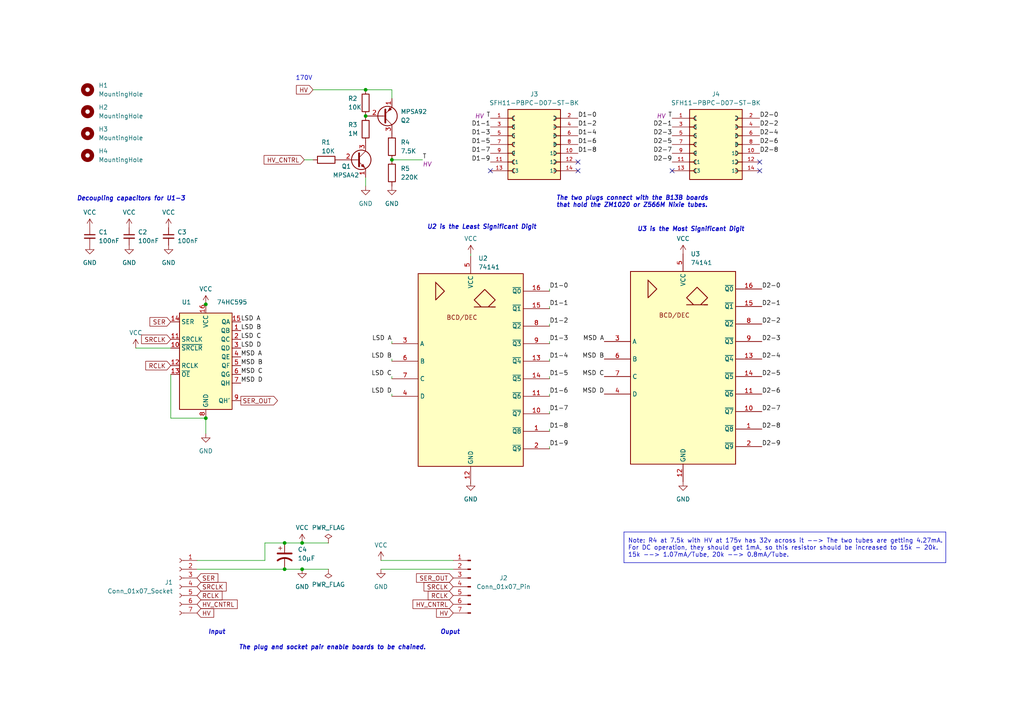
<source format=kicad_sch>
(kicad_sch (version 20231120) (generator "eeschema") (generator_version "8.0")
  (paper "A4")
  (title_block (title "Two Digit ZM1020 Driver Board") (date "2024-02-08") (rev "2") (company "James Gallagher") (comment 1 "Added decoupling capacitors"))
  (lib_symbols
    (symbol "B13B-board-symbols:SFH11-PBPC-D07-ST-BK" (pin_names (offset 1.016))
      (property "Reference" "J" (at -7.62 11.43 0))
      (property "Value" "SFH11-PBPC-D07-ST-BK" (at -7.62 -12.7 0))
      (symbol "SFH11-PBPC-D07-ST-BK_0_0"
        (rectangle (start -7.62 -10.16) (end 7.62 10.16) (stroke (width 0.254)) (fill (type background)))
        (arc (start -5.715 -6.985) (mid -6.3473 -7.62) (end -5.715 -8.255) (stroke (width 0.254)))
        (arc (start -5.715 -4.445) (mid -6.3473 -5.08) (end -5.715 -5.715) (stroke (width 0.254)))
        (arc (start -5.715 -1.905) (mid -6.3473 -2.54) (end -5.715 -3.175) (stroke (width 0.254)))
        (arc (start -5.715 0.635) (mid -6.3473 0) (end -5.715 -0.635) (stroke (width 0.254)))
        (arc (start -5.715 3.175) (mid -6.3473 2.54) (end -5.715 1.905) (stroke (width 0.254)))
        (arc (start -5.715 5.715) (mid -6.3473 5.08) (end -5.715 4.445) (stroke (width 0.254)))
        (arc (start -5.715 8.255) (mid -6.3473 7.62) (end -5.715 6.985) (stroke (width 0.254)))
        (polyline (pts (xy -7.62 -7.62) (xy -6.35 -7.62)) (stroke (width 0.254)))
        (polyline (pts (xy -7.62 -5.08) (xy -6.35 -5.08)) (stroke (width 0.254)))
        (polyline (pts (xy -7.62 -2.54) (xy -6.35 -2.54)) (stroke (width 0.254)))
        (polyline (pts (xy -7.62 0) (xy -6.35 0)) (stroke (width 0.254)))
        (polyline (pts (xy -7.62 2.54) (xy -6.35 2.54)) (stroke (width 0.254)))
        (polyline (pts (xy -7.62 5.08) (xy -6.35 5.08)) (stroke (width 0.254)))
        (polyline (pts (xy -7.62 7.62) (xy -6.35 7.62)) (stroke (width 0.254)))
        (polyline (pts (xy 7.62 -7.62) (xy 6.35 -7.62)) (stroke (width 0.254)))
        (polyline (pts (xy 7.62 -5.08) (xy 6.35 -5.08)) (stroke (width 0.254)))
        (polyline (pts (xy 7.62 -2.54) (xy 6.35 -2.54)) (stroke (width 0.254)))
        (polyline (pts (xy 7.62 0) (xy 6.35 0)) (stroke (width 0.254)))
        (polyline (pts (xy 7.62 2.54) (xy 6.35 2.54)) (stroke (width 0.254)))
        (polyline (pts (xy 7.62 5.08) (xy 6.35 5.08)) (stroke (width 0.254)))
        (polyline (pts (xy 7.62 7.62) (xy 6.35 7.62)) (stroke (width 0.254)))
        (arc (start 5.715 -8.255) (mid 6.3473 -7.62) (end 5.715 -6.985) (stroke (width 0.254)))
        (arc (start 5.715 -5.715) (mid 6.3473 -5.08) (end 5.715 -4.445) (stroke (width 0.254)))
        (arc (start 5.715 -3.175) (mid 6.3473 -2.54) (end 5.715 -1.905) (stroke (width 0.254)))
        (arc (start 5.715 -0.635) (mid 6.3473 0) (end 5.715 0.635) (stroke (width 0.254)))
        (arc (start 5.715 1.905) (mid 6.3473 2.54) (end 5.715 3.175) (stroke (width 0.254)))
        (arc (start 5.715 4.445) (mid 6.3473 5.08) (end 5.715 5.715) (stroke (width 0.254)))
        (arc (start 5.715 6.985) (mid 6.3473 7.62) (end 5.715 8.255) (stroke (width 0.254)))
        (pin passive line (at -12.7 7.62 0) (length 5.08) (name "1") (number "1"))
        (pin passive line (at 12.7 -2.54 180) (length 5.08) (name "10") (number "10"))
        (pin passive line (at -12.7 -5.08 0) (length 5.08) (name "11") (number "11"))
        (pin passive line (at 12.7 -5.08 180) (length 5.08) (name "12") (number "12"))
        (pin passive line (at -12.7 -7.62 0) (length 5.08) (name "13") (number "13"))
        (pin passive line (at 12.7 -7.62 180) (length 5.08) (name "14") (number "14"))
        (pin passive line (at 12.7 7.62 180) (length 5.08) (name "2") (number "2"))
        (pin passive line (at -12.7 5.08 0) (length 5.08) (name "3") (number "3"))
        (pin passive line (at 12.7 5.08 180) (length 5.08) (name "4") (number "4"))
        (pin passive line (at -12.7 2.54 0) (length 5.08) (name "5") (number "5"))
        (pin passive line (at 12.7 2.54 180) (length 5.08) (name "6") (number "6"))
        (pin passive line (at -12.7 0 0) (length 5.08) (name "7") (number "7"))
        (pin passive line (at 12.7 0 180) (length 5.08) (name "8") (number "8"))
        (pin passive line (at -12.7 -2.54 0) (length 5.08) (name "9") (number "9"))
      )
    )
    (symbol "Connector:Conn_01x07_Pin" (pin_names (offset 1.016) hide)
      (property "Reference" "J" (at 0 10.16 0))
      (property "Value" "Conn_01x07_Pin" (at 0 -10.16 0))
      (symbol "Conn_01x07_Pin_1_1"
        (polyline (pts (xy 1.27 -7.62) (xy 0.8636 -7.62)) (stroke (width 0.1524)))
        (polyline (pts (xy 1.27 -5.08) (xy 0.8636 -5.08)) (stroke (width 0.1524)))
        (polyline (pts (xy 1.27 -2.54) (xy 0.8636 -2.54)) (stroke (width 0.1524)))
        (polyline (pts (xy 1.27 0) (xy 0.8636 0)) (stroke (width 0.1524)))
        (polyline (pts (xy 1.27 2.54) (xy 0.8636 2.54)) (stroke (width 0.1524)))
        (polyline (pts (xy 1.27 5.08) (xy 0.8636 5.08)) (stroke (width 0.1524)))
        (polyline (pts (xy 1.27 7.62) (xy 0.8636 7.62)) (stroke (width 0.1524)))
        (rectangle (start 0.8636 -7.493) (end 0 -7.747) (stroke (width 0.1524)) (fill (type outline)))
        (rectangle (start 0.8636 -4.953) (end 0 -5.207) (stroke (width 0.1524)) (fill (type outline)))
        (rectangle (start 0.8636 -2.413) (end 0 -2.667) (stroke (width 0.1524)) (fill (type outline)))
        (rectangle (start 0.8636 0.127) (end 0 -0.127) (stroke (width 0.1524)) (fill (type outline)))
        (rectangle (start 0.8636 2.667) (end 0 2.413) (stroke (width 0.1524)) (fill (type outline)))
        (rectangle (start 0.8636 5.207) (end 0 4.953) (stroke (width 0.1524)) (fill (type outline)))
        (rectangle (start 0.8636 7.747) (end 0 7.493) (stroke (width 0.1524)) (fill (type outline)))
        (pin passive line (at 5.08 7.62 180) (length 3.81) (name "Pin_1") (number "1"))
        (pin passive line (at 5.08 5.08 180) (length 3.81) (name "Pin_2") (number "2"))
        (pin passive line (at 5.08 2.54 180) (length 3.81) (name "Pin_3") (number "3"))
        (pin passive line (at 5.08 0 180) (length 3.81) (name "Pin_4") (number "4"))
        (pin passive line (at 5.08 -2.54 180) (length 3.81) (name "Pin_5") (number "5"))
        (pin passive line (at 5.08 -5.08 180) (length 3.81) (name "Pin_6") (number "6"))
        (pin passive line (at 5.08 -7.62 180) (length 3.81) (name "Pin_7") (number "7"))
      )
    )
    (symbol "Connector:Conn_01x07_Socket" (pin_names (offset 1.016) hide)
      (property "Reference" "J" (at 0 10.16 0))
      (property "Value" "Conn_01x07_Socket" (at 0 -10.16 0))
      (symbol "Conn_01x07_Socket_1_1"
        (arc (start 0 -7.112) (mid -0.5058 -7.62) (end 0 -8.128) (stroke (width 0.1524)))
        (arc (start 0 -4.572) (mid -0.5058 -5.08) (end 0 -5.588) (stroke (width 0.1524)))
        (arc (start 0 -2.032) (mid -0.5058 -2.54) (end 0 -3.048) (stroke (width 0.1524)))
        (polyline (pts (xy -1.27 -7.62) (xy -0.508 -7.62)) (stroke (width 0.1524)))
        (polyline (pts (xy -1.27 -5.08) (xy -0.508 -5.08)) (stroke (width 0.1524)))
        (polyline (pts (xy -1.27 -2.54) (xy -0.508 -2.54)) (stroke (width 0.1524)))
        (polyline (pts (xy -1.27 0) (xy -0.508 0)) (stroke (width 0.1524)))
        (polyline (pts (xy -1.27 2.54) (xy -0.508 2.54)) (stroke (width 0.1524)))
        (polyline (pts (xy -1.27 5.08) (xy -0.508 5.08)) (stroke (width 0.1524)))
        (polyline (pts (xy -1.27 7.62) (xy -0.508 7.62)) (stroke (width 0.1524)))
        (arc (start 0 0.508) (mid -0.5058 0) (end 0 -0.508) (stroke (width 0.1524)))
        (arc (start 0 3.048) (mid -0.5058 2.54) (end 0 2.032) (stroke (width 0.1524)))
        (arc (start 0 5.588) (mid -0.5058 5.08) (end 0 4.572) (stroke (width 0.1524)))
        (arc (start 0 8.128) (mid -0.5058 7.62) (end 0 7.112) (stroke (width 0.1524)))
        (pin passive line (at -5.08 7.62 0) (length 3.81) (name "Pin_1") (number "1"))
        (pin passive line (at -5.08 5.08 0) (length 3.81) (name "Pin_2") (number "2"))
        (pin passive line (at -5.08 2.54 0) (length 3.81) (name "Pin_3") (number "3"))
        (pin passive line (at -5.08 0 0) (length 3.81) (name "Pin_4") (number "4"))
        (pin passive line (at -5.08 -2.54 0) (length 3.81) (name "Pin_5") (number "5"))
        (pin passive line (at -5.08 -5.08 0) (length 3.81) (name "Pin_6") (number "6"))
        (pin passive line (at -5.08 -7.62 0) (length 3.81) (name "Pin_7") (number "7"))
      )
    )
    (symbol "Device:C_Polarized_US" (pin_numbers hide) (pin_names (offset 0.254) hide)
      (property "Reference" "C" (at 0.635 2.54 0))
      (property "Value" "C_Polarized_US" (at 0.635 -2.54 0))
      (symbol "C_Polarized_US_0_1"
        (polyline (pts (xy -2.032 0.762) (xy 2.032 0.762)) (stroke (width 0.508)))
        (polyline (pts (xy -1.778 2.286) (xy -0.762 2.286)))
        (polyline (pts (xy -1.27 1.778) (xy -1.27 2.794)))
        (arc (start 2.032 -1.27) (mid 0 -0.5572) (end -2.032 -1.27) (stroke (width 0.508)))
      )
      (symbol "C_Polarized_US_1_1"
        (pin passive line (at 0 3.81 270) (length 2.794) (name "~") (number "1"))
        (pin passive line (at 0 -3.81 90) (length 3.302) (name "~") (number "2"))
      )
    )
    (symbol "Device:C_Small" (pin_numbers hide) (pin_names (offset 0.254) hide)
      (property "Reference" "C" (at 0.254 1.778 0))
      (property "Value" "C_Small" (at 0.254 -2.032 0))
      (symbol "C_Small_0_1"
        (polyline (pts (xy -1.524 -0.508) (xy 1.524 -0.508)) (stroke (width 0.3302)))
        (polyline (pts (xy -1.524 0.508) (xy 1.524 0.508)) (stroke (width 0.3048)))
      )
      (symbol "C_Small_1_1"
        (pin passive line (at 0 2.54 270) (length 2.032) (name "~") (number "1"))
        (pin passive line (at 0 -2.54 90) (length 2.032) (name "~") (number "2"))
      )
    )
    (symbol "Device:R" (pin_numbers hide) (pin_names (offset 0))
      (property "Reference" "R" (at 2.032 0 90))
      (property "Value" "R" (at 0 0 90))
      (symbol "R_0_1"
        (rectangle (start -1.016 -2.54) (end 1.016 2.54) (stroke (width 0.254)))
      )
      (symbol "R_1_1"
        (pin passive line (at 0 3.81 270) (length 1.27) (name "~") (number "1"))
        (pin passive line (at 0 -3.81 90) (length 1.27) (name "~") (number "2"))
      )
    )
    (symbol "Mechanical:MountingHole" (pin_names (offset 1.016))
      (property "Reference" "H" (at 0 5.08 0))
      (property "Value" "MountingHole" (at 0 3.175 0))
      (symbol "MountingHole_0_1"
        (circle (center 0 0) (radius 1.27) (stroke (width 1.27)))
      )
    )
    (symbol "nixie-3-symbols:74141"
      (property "Reference" "U" (at 0 0 0))
      (property "Value" "74141" (at 15.24 -30.48 0))
      (symbol "74141_0_0"
        (polyline (pts (xy 7.112 18.288) (xy 6.096 18.288) (xy 6.096 18.288)) (stroke (width 0.254)) (fill (type background)))
        (polyline (pts (xy -10.16 25.4) (xy -10.16 20.32) (xy -7.62 22.86) (xy -10.16 25.4) (xy -10.16 25.4)) (stroke (width 0.254)) (fill (type background)))
        (polyline (pts (xy 5.08 18.288) (xy 7.112 20.32) (xy 4.064 23.368) (xy 1.016 20.32) (xy 3.048 18.288) (xy 1.016 18.288) (xy 7.112 18.288)) (stroke (width 0.254)) (fill (type background)))
        (text "BCD/DEC" (at -2.54 15.24 0) (effects (font (size 1.27 1.27))))
        (pin power_in line (at 0 -33.02 90) (length 5.08) (name "GND") (number "12"))
        (pin power_in line (at 0 33.02 270) (length 5.08) (name "VCC") (number "5"))
      )
      (symbol "74141_0_1"
        (rectangle (start -15.24 27.94) (end 15.24 -27.94) (stroke (width 0.254)) (fill (type background)))
      )
      (symbol "74141_1_1"
        (pin open_collector line (at 22.86 -17.78 180) (length 7.62) (name "~{Q8}") (number "1"))
        (pin open_collector line (at 22.86 -12.7 180) (length 7.62) (name "~{Q7}") (number "10"))
        (pin open_collector line (at 22.86 -7.62 180) (length 7.62) (name "~{Q6}") (number "11"))
        (pin open_collector line (at 22.86 2.54 180) (length 7.62) (name "~{Q4}") (number "13"))
        (pin open_collector line (at 22.86 -2.54 180) (length 7.62) (name "~{Q5}") (number "14"))
        (pin open_collector line (at 22.86 17.78 180) (length 7.62) (name "~{Q1}") (number "15"))
        (pin open_collector line (at 22.86 22.86 180) (length 7.62) (name "~{Q0}") (number "16"))
        (pin open_collector line (at 22.86 -22.86 180) (length 7.62) (name "~{Q9}") (number "2"))
        (pin input line (at -22.86 7.62 0) (length 7.62) (name "A") (number "3"))
        (pin input line (at -22.86 -7.62 0) (length 7.62) (name "D") (number "4"))
        (pin input line (at -22.86 2.54 0) (length 7.62) (name "B") (number "6"))
        (pin input line (at -22.86 -2.54 0) (length 7.62) (name "C") (number "7"))
        (pin open_collector line (at 22.86 12.7 180) (length 7.62) (name "~{Q2}") (number "8"))
        (pin open_collector line (at 22.86 7.62 180) (length 7.62) (name "~{Q3}") (number "9"))
      )
    )
    (symbol "nixie-3-symbols:74HC595"
      (property "Reference" "U" (at -7.62 13.97 0))
      (property "Value" "74HC595" (at -7.62 -16.51 0))
      (symbol "74HC595_1_0"
        (pin tri_state line (at 10.16 7.62 180) (length 2.54) (name "QB") (number "1"))
        (pin input line (at -10.16 2.54 0) (length 2.54) (name "~{SRCLR}") (number "10"))
        (pin input line (at -10.16 5.08 0) (length 2.54) (name "SRCLK") (number "11"))
        (pin input line (at -10.16 -2.54 0) (length 2.54) (name "RCLK") (number "12"))
        (pin input line (at -10.16 -5.08 0) (length 2.54) (name "~{OE}") (number "13"))
        (pin input line (at -10.16 10.16 0) (length 2.54) (name "SER") (number "14"))
        (pin tri_state line (at 10.16 10.16 180) (length 2.54) (name "QA") (number "15"))
        (pin power_in line (at 0 15.24 270) (length 2.54) (name "VCC") (number "16"))
        (pin tri_state line (at 10.16 5.08 180) (length 2.54) (name "QC") (number "2"))
        (pin tri_state line (at 10.16 2.54 180) (length 2.54) (name "QD") (number "3"))
        (pin tri_state line (at 10.16 0 180) (length 2.54) (name "QE") (number "4"))
        (pin tri_state line (at 10.16 -2.54 180) (length 2.54) (name "QF") (number "5"))
        (pin tri_state line (at 10.16 -5.08 180) (length 2.54) (name "QG") (number "6"))
        (pin tri_state line (at 10.16 -7.62 180) (length 2.54) (name "QH") (number "7"))
        (pin power_in line (at 0 -17.78 90) (length 2.54) (name "GND") (number "8"))
        (pin output line (at 10.16 -12.7 180) (length 2.54) (name "QH'") (number "9"))
      )
      (symbol "74HC595_1_1"
        (rectangle (start -7.62 12.7) (end 7.62 -15.24) (stroke (width 0.254)) (fill (type background)))
      )
    )
    (symbol "nixie-tube-clock-2.1:MPSA42" (pin_names (offset 1.016) hide)
      (property "Reference" "Q" (at 5.08 1.905 0))
      (property "Value" "MPSA42" (at 5.08 0 0))
      (symbol "MPSA42_0_1"
        (polyline (pts (xy 0 0) (xy 0.635 0)))
        (polyline (pts (xy 0.635 0.635) (xy 2.54 2.54)))
        (polyline (pts (xy 0.635 -0.635) (xy 2.54 -2.54) (xy 2.54 -2.54)))
        (polyline (pts (xy 0.635 1.905) (xy 0.635 -1.905) (xy 0.635 -1.905)) (stroke (width 0.508)))
        (polyline (pts (xy 1.27 -1.778) (xy 1.778 -1.27) (xy 2.286 -2.286) (xy 1.27 -1.778) (xy 1.27 -1.778)) (fill (type outline)))
        (circle (center 1.27 0) (radius 2.8194) (stroke (width 0.254)))
      )
      (symbol "MPSA42_1_1"
        (pin passive line (at 2.54 -5.08 90) (length 2.54) (name "E") (number "1"))
        (pin input line (at -5.08 0 0) (length 5.08) (name "B") (number "2"))
        (pin passive line (at 2.54 5.08 270) (length 2.54) (name "C") (number "3"))
      )
    )
    (symbol "nixie-tube-clock-2.1:MPSA92" (pin_names (offset 1.016) hide)
      (property "Reference" "Q" (at 5.08 1.905 0))
      (property "Value" "MPSA92" (at 5.08 0 0))
      (symbol "MPSA92_0_1"
        (polyline (pts (xy 0 0) (xy 0.635 0)))
        (polyline (pts (xy 2.54 -2.54) (xy 0.635 -0.635)))
        (polyline (pts (xy 2.54 2.54) (xy 0.635 0.635)))
        (polyline (pts (xy 0.635 1.905) (xy 0.635 -1.905) (xy 0.635 -1.905)) (stroke (width 0.508)) (fill (type outline)))
        (polyline (pts (xy 1.905 -2.413) (xy 2.413 -1.905) (xy 1.397 -1.397) (xy 1.905 -2.413) (xy 1.905 -2.413)) (fill (type outline)))
        (circle (center 1.27 0) (radius 2.8194) (stroke (width 0.254)))
      )
      (symbol "MPSA92_1_1"
        (pin passive line (at 2.54 -5.08 90) (length 2.54) (name "E") (number "1"))
        (pin input line (at -5.08 0 0) (length 5.08) (name "B") (number "2"))
        (pin passive line (at 2.54 5.08 270) (length 2.54) (name "C") (number "3"))
      )
    )
    (symbol "power:GND" (power) (pin_names (offset 0))
      (property "Value" "GND" (at 0 -3.81 0))
      (symbol "GND_0_1"
        (polyline (pts (xy 0 0) (xy 0 -1.27) (xy 1.27 -1.27) (xy 0 -2.54) (xy -1.27 -1.27) (xy 0 -1.27)))
      )
      (symbol "GND_1_1"
        (pin power_in line (at 0 0 270) (length 0) hide (name "GND") (number "1"))
      )
    )
    (symbol "power:PWR_FLAG" (power) (pin_numbers hide) (pin_names (offset 0) hide)
      (property "Value" "PWR_FLAG" (at 0 3.81 0))
      (symbol "PWR_FLAG_0_0"
        (pin power_out line (at 0 0 90) (length 0) (name "pwr") (number "1"))
      )
      (symbol "PWR_FLAG_0_1"
        (polyline (pts (xy 0 0) (xy 0 1.27) (xy -1.016 1.905) (xy 0 2.54) (xy 1.016 1.905) (xy 0 1.27)))
      )
    )
    (symbol "power:VCC" (power) (pin_names (offset 0))
      (property "Value" "VCC" (at 0 3.81 0))
      (symbol "VCC_0_1"
        (polyline (pts (xy -0.762 1.27) (xy 0 2.54)))
        (polyline (pts (xy 0 0) (xy 0 2.54)))
        (polyline (pts (xy 0 2.54) (xy 0.762 1.27)))
      )
      (symbol "VCC_1_1"
        (pin power_in line (at 0 0 90) (length 0) hide (name "VCC") (number "1"))
      )
    )
  )
  (junction (at 59.69 88.265))
  (junction (at 113.665 46.355))
  (junction (at 82.55 165.1))
  (junction (at 87.63 165.1))
  (junction (at 106.045 26.035))
  (junction (at 82.55 157.48))
  (junction (at 59.69 121.285))
  (junction (at 106.045 33.655))
  (junction (at 87.63 157.48))
  (no_connect (at 142.24 49.53))
  (no_connect (at 167.64 46.99))
  (no_connect (at 220.345 46.99))
  (no_connect (at 220.345 49.53))
  (no_connect (at 194.945 49.53))
  (no_connect (at 167.64 49.53))
  (wire (pts (xy 76.835 157.48) (xy 76.835 162.56)))
  (wire (pts (xy 159.385 120.015) (xy 159.385 119.38)))
  (polyline (pts (xy 274.32 154.305) (xy 274.32 163.195)))
  (wire (pts (xy 113.665 104.775) (xy 113.665 104.14)))
  (wire (pts (xy 49.53 108.585) (xy 49.53 121.285)))
  (wire (pts (xy 106.045 26.035) (xy 113.665 26.035)))
  (wire (pts (xy 106.045 51.435) (xy 106.045 53.975)))
  (polyline (pts (xy 180.975 154.305) (xy 180.975 163.195)))
  (wire (pts (xy 87.63 165.1) (xy 95.25 165.1)))
  (wire (pts (xy 88.265 46.355) (xy 90.805 46.355)))
  (wire (pts (xy 113.665 46.355) (xy 122.555 46.355)))
  (wire (pts (xy 159.385 130.175) (xy 159.385 129.54)))
  (wire (pts (xy 113.665 109.855) (xy 113.665 109.22)))
  (wire (pts (xy 159.385 109.855) (xy 159.385 109.22)))
  (wire (pts (xy 159.385 89.535) (xy 159.385 88.9)))
  (wire (pts (xy 159.385 104.775) (xy 159.385 104.14)))
  (wire (pts (xy 113.665 114.935) (xy 113.665 114.3)))
  (wire (pts (xy 136.525 140.335) (xy 136.525 139.7)))
  (wire (pts (xy 57.15 162.56) (xy 76.835 162.56)))
  (wire (pts (xy 159.385 99.695) (xy 159.385 99.06)))
  (wire (pts (xy 82.55 165.1) (xy 87.63 165.1)))
  (wire (pts (xy 159.385 125.095) (xy 159.385 124.46)))
  (wire (pts (xy 136.525 74.295) (xy 136.525 73.66)))
  (wire (pts (xy 159.385 94.615) (xy 159.385 93.98)))
  (wire (pts (xy 113.665 26.035) (xy 113.665 28.575)))
  (polyline (pts (xy 180.975 154.305) (xy 274.32 154.305)))
  (wire (pts (xy 59.69 121.285) (xy 59.69 125.73)))
  (polyline (pts (xy 274.32 163.195) (xy 180.975 163.195)))
  (wire (pts (xy 159.385 84.455) (xy 159.385 83.82)))
  (wire (pts (xy 57.15 165.1) (xy 82.55 165.1)))
  (wire (pts (xy 49.53 121.285) (xy 59.69 121.285)))
  (wire (pts (xy 159.385 114.935) (xy 159.385 114.3)))
  (wire (pts (xy 110.49 162.56) (xy 131.445 162.56)))
  (wire (pts (xy 59.055 88.265) (xy 59.69 88.265)))
  (wire (pts (xy 76.835 157.48) (xy 82.55 157.48)))
  (wire (pts (xy 90.805 26.035) (xy 106.045 26.035)))
  (wire (pts (xy 39.37 100.965) (xy 49.53 100.965)))
  (wire (pts (xy 82.55 157.48) (xy 87.63 157.48)))
  (wire (pts (xy 87.63 157.48) (xy 95.25 157.48)))
  (wire (pts (xy 113.665 99.695) (xy 113.665 99.06)))
  (wire (pts (xy 110.49 165.1) (xy 131.445 165.1)))
  (text "U2 is the Least Significant Digit\n" (at 123.825 66.675 0) (effects (font (size 1.27 1.27) (thickness 0.254) (bold yes) (italic yes)) (justify left bottom)))
  (text "Ouput" (at 127.635 184.15 0) (effects (font (size 1.27 1.27) (bold yes) (italic yes)) (justify left bottom)))
  (text "The plug and socket pair enable boards to be chained." (at 69.215 188.595 0) (effects (font (size 1.27 1.27) (bold yes) (italic yes)) (justify left bottom)))
  (text "170V" (at 85.725 23.495 0) (effects (font (size 1.27 1.27)) (justify left bottom)))
  (text "Note: R4 at 7.5k with HV at 175v has 32v across it --> The two tubes are getting 4.27mA.\nFor DC operation, they should get 1mA, so this resistor should be increased to 15k - 20k.\n15k --> 1.07mA/Tube, 20k --> 0.8mA/Tube." (at 182.118 159.004 0) (effects (font (size 1.27 1.27)) (justify left)))
  (text "U3 is the Most Significant Digit\n" (at 184.785 67.31 0) (effects (font (size 1.27 1.27) (thickness 0.254) (bold yes) (italic yes)) (justify left bottom)))
  (text "The two plugs connect with the B13B boards \nthat hold the ZM1020 or Z566M Nixie tubes." (at 161.29 60.325 0) (effects (font (size 1.27 1.27) (bold yes) (italic yes)) (justify left bottom)))
  (text "Input" (at 60.325 184.15 0) (effects (font (size 1.27 1.27) (thickness 0.254) (bold yes) (italic yes)) (justify left bottom)))
  (text "Decoupling capacitors for U1-3\n" (at 22.225 58.42 0) (effects (font (size 1.27 1.27) (thickness 0.254) (bold yes) (italic yes)) (justify left bottom)))
  (label "MSD C" (at 175.26 109.22 180))
  (label "D1-2" (at 159.385 93.98 0))
  (label "D1-6" (at 167.64 41.91 0))
  (label "D2-3" (at 194.945 39.37 180))
  (label "T" (at 122.555 46.355 0) (property "Netclass" "HV" (at 122.555 47.625 0) (effects (font (italic yes)) (justify left))))
  (label "D2-7" (at 220.98 119.38 0))
  (label "MSD B" (at 175.26 104.14 180))
  (label "D1-0" (at 167.64 34.29 0))
  (label "D2-2" (at 220.98 93.98 0))
  (label "D2-6" (at 220.98 114.3 0))
  (label "T" (at 142.24 34.29 180) (property "Netclass" "HV" (at 140.335 33.655 0) (effects (font (italic yes)) (justify right))))
  (label "D2-1" (at 220.98 88.9 0))
  (label "D2-5" (at 220.98 109.22 0))
  (label "D1-7" (at 142.24 44.45 180))
  (label "D2-7" (at 194.945 44.45 180))
  (label "MSD A" (at 175.26 99.06 180))
  (label "LSD A" (at 113.665 99.06 180))
  (label "D2-1" (at 194.945 36.83 180))
  (label "D1-3" (at 159.385 99.06 0))
  (label "T" (at 194.945 34.29 180) (property "Netclass" "HV" (at 193.04 33.655 0) (effects (font (italic yes)) (justify right))))
  (label "D1-1" (at 159.385 88.9 0))
  (label "D2-9" (at 194.945 46.99 180))
  (label "LSD A" (at 69.85 93.345 0))
  (label "LSD B" (at 69.85 95.885 0))
  (label "LSD D" (at 113.665 114.3 180))
  (label "D2-0" (at 220.345 34.29 0))
  (label "D1-5" (at 142.24 41.91 180))
  (label "D2-4" (at 220.345 39.37 0))
  (label "D1-4" (at 159.385 104.14 0))
  (label "D2-2" (at 220.345 36.83 0))
  (label "D2-0" (at 220.98 83.82 0))
  (label "MSD C" (at 69.85 108.585 0))
  (label "D1-1" (at 142.24 36.83 180))
  (label "D1-8" (at 167.64 44.45 0))
  (label "D2-3" (at 220.98 99.06 0))
  (label "D2-4" (at 220.98 104.14 0))
  (label "LSD C" (at 113.665 109.22 180))
  (label "MSD B" (at 69.85 106.045 0))
  (label "LSD C" (at 69.85 98.425 0))
  (label "D1-6" (at 159.385 114.3 0))
  (label "D1-3" (at 142.24 39.37 180))
  (label "MSD A" (at 69.85 103.505 0))
  (label "MSD D" (at 69.85 111.125 0))
  (label "D2-6" (at 220.345 41.91 0))
  (label "D2-9" (at 220.98 129.54 0))
  (label "D1-0" (at 159.385 83.82 0))
  (label "D1-2" (at 167.64 36.83 0))
  (label "D1-7" (at 159.385 119.38 0))
  (label "D1-5" (at 159.385 109.22 0))
  (label "LSD B" (at 113.665 104.14 180))
  (label "D2-8" (at 220.98 124.46 0))
  (label "D2-5" (at 194.945 41.91 180))
  (label "MSD D" (at 175.26 114.3 180))
  (label "D1-8" (at 159.385 124.46 0))
  (label "D1-9" (at 159.385 129.54 0))
  (label "D1-9" (at 142.24 46.99 180))
  (label "D2-8" (at 220.345 44.45 0))
  (label "D1-4" (at 167.64 39.37 0))
  (label "LSD D" (at 69.85 100.965 0))
  (global_label "SER_OUT" (shape output) (at 69.85 116.205 0) (property "Intersheetrefs" "${INTERSHEET_REFS}" (effects (hide yes))))
  (global_label "RCLK" (shape input) (at 49.53 106.045 180) (property "Intersheetrefs" "${INTERSHEET_REFS}" (effects (hide yes))))
  (global_label "HV_CNTRL" (shape input) (at 88.265 46.355 180) (property "Intersheetrefs" "${INTERSHEET_REFS}" (effects (hide yes))))
  (global_label "SRCLK" (shape input) (at 49.53 98.425 180) (property "Intersheetrefs" "${INTERSHEET_REFS}" (effects (hide yes))))
  (global_label "HV" (shape input) (at 57.15 177.8 0) (property "Intersheetrefs" "${INTERSHEET_REFS}" (effects (hide yes))) (property "Netclass" "HV" (effects (hide yes))))
  (global_label "SER" (shape input) (at 57.15 167.64 0) (property "Intersheetrefs" "${INTERSHEET_REFS}" (effects (hide yes))))
  (global_label "SRCLK" (shape input) (at 57.15 170.18 0) (property "Intersheetrefs" "${INTERSHEET_REFS}" (effects (hide yes))))
  (global_label "SRCLK" (shape input) (at 131.445 170.18 180) (property "Intersheetrefs" "${INTERSHEET_REFS}" (effects (hide yes))))
  (global_label "SER_OUT" (shape input) (at 131.445 167.64 180) (property "Intersheetrefs" "${INTERSHEET_REFS}" (effects (hide yes))))
  (global_label "RCLK" (shape input) (at 57.15 172.72 0) (property "Intersheetrefs" "${INTERSHEET_REFS}" (effects (hide yes))))
  (global_label "HV_CNTRL" (shape input) (at 131.445 175.26 180) (property "Intersheetrefs" "${INTERSHEET_REFS}" (effects (hide yes))))
  (global_label "HV" (shape input) (at 131.445 177.8 180) (property "Intersheetrefs" "${INTERSHEET_REFS}" (effects (hide yes))) (property "Netclass" "HV" (effects (hide yes))))
  (global_label "SER" (shape input) (at 49.53 93.345 180) (property "Intersheetrefs" "${INTERSHEET_REFS}" (effects (hide yes))))
  (global_label "HV" (shape input) (at 90.805 26.035 180) (property "Intersheetrefs" "${INTERSHEET_REFS}" (effects (hide yes))) (property "Netclass" "HV" (effects (hide yes))))
  (global_label "RCLK" (shape input) (at 131.445 172.72 180) (property "Intersheetrefs" "${INTERSHEET_REFS}" (effects (hide yes))))
  (global_label "HV_CNTRL" (shape input) (at 57.15 175.26 0) (property "Intersheetrefs" "${INTERSHEET_REFS}" (effects (hide yes))))
  (symbol (lib_id "nixie-3-symbols:74HC595") (at 59.69 103.505 0) (unit 1)
    (property "Reference" "U1" (at 52.705 87.63 0) (effects (justify left)))
    (property "Value" "74HC595" (at 62.865 87.63 0) (effects (justify left)))
    (property "Footprint" "Package_DIP:DIP-16_W7.62mm_Socket" (effects (hide yes)))
    (property "Datasheet" "http://www.ti.com/lit/ds/symlink/sn74hc595.pdf" (effects (hide yes)))
  )
  (symbol (lib_id "power:GND") (at 113.665 53.975 0) (unit 1)
    (property "Reference" "#PWR015" (effects (hide yes)))
    (property "Value" "GND" (at 113.665 59.055 0))
  )
  (symbol (lib_id "power:VCC") (at 136.525 73.66 0) (unit 1)
    (property "Reference" "#PWR016" (effects (hide yes)))
    (property "Value" "VCC" (at 136.525 69.215 0))
  )
  (symbol (lib_id "Mechanical:MountingHole") (at 25.4 32.385 0) (unit 1)
    (property "Reference" "H2" (at 28.575 31.115 0) (effects (justify left)))
    (property "Value" "MountingHole" (at 28.575 33.655 0) (effects (justify left)))
    (property "Footprint" "MountingHole:MountingHole_2.7mm_M2.5_DIN965" (effects (hide yes)))
  )
  (symbol (lib_id "nixie-3-symbols:74141") (at 198.12 106.68 0) (unit 1)
    (property "Reference" "U3" (at 200.3141 73.66 0) (effects (justify left)))
    (property "Value" "74141" (at 200.3141 76.2 0) (effects (justify left)))
    (property "Footprint" "Package_DIP:DIP-16_W7.62mm_Socket" (effects (hide yes)))
  )
  (symbol (lib_id "B13B-board-symbols:SFH11-PBPC-D07-ST-BK") (at 154.94 41.91 0) (unit 1)
    (property "Reference" "J3" (at 154.94 27.305 0))
    (property "Value" "SFH11-PBPC-D07-ST-BK" (at 154.94 29.845 0))
    (property "Footprint" "nixie-3-footprints:SULLINS_SFH11-PBPC-D07-ST-BK" (effects (hide yes)))
    (property "Description" "\n14 Position Header Connector 0.100 (2.54mm) Through Hole Gold\n" (effects (hide yes)))
    (property "MF" "Sullins Connector" (effects (hide yes)))
    (property "MAXIMUM_PACKAGE_HEIGHT" "8.5 mm" (effects (hide yes)))
    (property "Package" "None" (effects (hide yes)))
    (property "Price" "None" (effects (hide yes)))
    (property "Check_prices" "https://www.snapeda.com/parts/SFH11-PBPC-D07-ST-BK/Sullins+Connector+Solutions/view-part/?ref=eda" (effects (hide yes)))
    (property "STANDARD" "Manufacturer Recommendations" (effects (hide yes)))
    (property "PARTREV" "J" (effects (hide yes)))
    (property "SnapEDA_Link" "https://www.snapeda.com/parts/SFH11-PBPC-D07-ST-BK/Sullins+Connector+Solutions/view-part/?ref=snap" (effects (hide yes)))
    (property "MP" "SFH11-PBPC-D07-ST-BK" (effects (hide yes)))
    (property "Purchase-URL" "https://www.snapeda.com/api/url_track_click_mouser/?unipart_id=851415&manufacturer=Sullins Connector&part_name=SFH11-PBPC-D07-ST-BK&search_term=sullins sfh11-pbpc-d07-st-bk" (effects (hide yes)))
    (property "Availability" "In Stock" (effects (hide yes)))
    (property "MANUFACTURER" "Sullins Connector" (effects (hide yes)))
  )
  (symbol (lib_id "Mechanical:MountingHole") (at 25.4 26.035 0) (unit 1)
    (property "Reference" "H1" (at 28.575 24.765 0) (effects (justify left)))
    (property "Value" "MountingHole" (at 28.575 27.305 0) (effects (justify left)))
    (property "Footprint" "MountingHole:MountingHole_2.7mm_M2.5_DIN965" (effects (hide yes)))
  )
  (symbol (lib_id "nixie-tube-clock-2.1:MPSA42") (at 103.505 46.355 0) (unit 1)
    (property "Reference" "Q1" (at 99.06 48.26 0) (effects (justify left)))
    (property "Value" "MPSA42" (at 96.52 50.8 0) (effects (justify left)))
    (property "Footprint" "Package_TO_SOT_THT:TO-92_HandSolder" (effects (hide yes)))
    (property "Datasheet" "http://www.onsemi.com/pub_link/Collateral/MPSA42-D.PDF" (effects (hide yes)))
  )
  (symbol (lib_id "power:PWR_FLAG") (at 95.25 157.48 0) (unit 1)
    (property "Reference" "#FLG01" (effects (hide yes)))
    (property "Value" "PWR_FLAG" (at 95.25 153.035 0))
  )
  (symbol (lib_id "Device:R") (at 106.045 37.465 0) (unit 1)
    (property "Reference" "R3" (at 100.965 36.195 0) (effects (justify left)))
    (property "Value" "1M" (at 100.965 38.735 0) (effects (justify left)))
    (property "Footprint" "Resistor_THT:R_Axial_DIN0207_L6.3mm_D2.5mm_P7.62mm_Horizontal" (effects (hide yes)))
  )
  (symbol (lib_id "Connector:Conn_01x07_Socket") (at 52.07 170.18 0) (mirror y) (unit 1)
    (property "Reference" "J1" (at 50.165 168.91 0) (effects (justify left)))
    (property "Value" "Conn_01x07_Socket" (at 50.165 171.45 0) (effects (justify left)))
    (property "Footprint" "Connector_PinSocket_2.54mm:PinSocket_1x07_P2.54mm_Horizontal" (effects (hide yes)))
  )
  (symbol (lib_id "power:GND") (at 37.465 71.12 0) (unit 1)
    (property "Reference" "#PWR04" (effects (hide yes)))
    (property "Value" "GND" (at 37.465 76.2 0))
  )
  (symbol (lib_id "Device:R") (at 94.615 46.355 90) (unit 1)
    (property "Reference" "R1" (at 95.885 41.275 90) (effects (justify left)))
    (property "Value" "10K" (at 97.155 43.815 90) (effects (justify left)))
    (property "Footprint" "Resistor_THT:R_Axial_DIN0207_L6.3mm_D2.5mm_P7.62mm_Horizontal" (effects (hide yes)))
  )
  (symbol (lib_id "Device:C_Small") (at 26.035 68.58 0) (unit 1)
    (property "Reference" "C1" (at 28.575 67.3163 0) (effects (justify left)))
    (property "Value" "100nF" (at 28.575 69.8563 0) (effects (justify left)))
    (property "Footprint" "nixie-3-footprints:K104Z15Y5VF5TL2_VIS" (effects (hide yes)))
  )
  (symbol (lib_id "Connector:Conn_01x07_Pin") (at 136.525 170.18 0) (mirror y) (unit 1)
    (property "Reference" "J2" (at 146.05 167.64 0))
    (property "Value" "Conn_01x07_Pin" (at 146.05 170.18 0))
    (property "Footprint" "Connector_PinHeader_2.54mm:PinHeader_1x07_P2.54mm_Horizontal" (effects (hide yes)))
  )
  (symbol (lib_id "power:VCC") (at 26.035 66.04 0) (unit 1)
    (property "Reference" "#PWR01" (effects (hide yes)))
    (property "Value" "VCC" (at 26.035 61.595 0))
  )
  (symbol (lib_id "power:GND") (at 26.035 71.12 0) (unit 1)
    (property "Reference" "#PWR02" (effects (hide yes)))
    (property "Value" "GND" (at 26.035 76.2 0))
  )
  (symbol (lib_id "power:GND") (at 48.895 71.12 0) (unit 1)
    (property "Reference" "#PWR07" (effects (hide yes)))
    (property "Value" "GND" (at 48.895 76.2 0))
  )
  (symbol (lib_id "power:VCC") (at 39.37 100.965 0) (unit 1)
    (property "Reference" "#PWR05" (effects (hide yes)))
    (property "Value" "VCC" (at 39.37 96.52 0))
  )
  (symbol (lib_id "nixie-tube-clock-2.1:MPSA92") (at 111.125 33.655 0) (mirror x) (unit 1)
    (property "Reference" "Q2" (at 116.205 34.9251 0) (effects (justify left)))
    (property "Value" "MPSA92" (at 116.205 32.3851 0) (effects (justify left)))
    (property "Footprint" "Package_TO_SOT_THT:TO-92_HandSolder" (effects (hide yes)))
    (property "Datasheet" "http://www.onsemi.com/pub_link/Collateral/MPSA92-D.PDF" (effects (hide yes)))
  )
  (symbol (lib_id "power:PWR_FLAG") (at 95.25 165.1 0) (mirror x) (unit 1)
    (property "Reference" "#FLG02" (effects (hide yes)))
    (property "Value" "PWR_FLAG" (at 95.25 169.545 0))
  )
  (symbol (lib_id "power:VCC") (at 59.69 88.265 0) (unit 1)
    (property "Reference" "#PWR08" (effects (hide yes)))
    (property "Value" "VCC" (at 59.69 83.82 0))
  )
  (symbol (lib_id "nixie-3-symbols:74141") (at 136.525 107.315 0) (unit 1)
    (property "Reference" "U2" (at 138.7191 74.93 0) (effects (justify left)))
    (property "Value" "74141" (at 138.7191 77.47 0) (effects (justify left)))
    (property "Footprint" "Package_DIP:DIP-16_W7.62mm_Socket" (effects (hide yes)))
  )
  (symbol (lib_id "B13B-board-symbols:SFH11-PBPC-D07-ST-BK") (at 207.645 41.91 0) (unit 1)
    (property "Reference" "J4" (at 207.645 27.305 0))
    (property "Value" "SFH11-PBPC-D07-ST-BK" (at 207.645 29.845 0))
    (property "Footprint" "nixie-3-footprints:SULLINS_SFH11-PBPC-D07-ST-BK" (effects (hide yes)))
    (property "Description" "\n14 Position Header Connector 0.100 (2.54mm) Through Hole Gold\n" (effects (hide yes)))
    (property "MF" "Sullins Connector" (effects (hide yes)))
    (property "MAXIMUM_PACKAGE_HEIGHT" "8.5 mm" (effects (hide yes)))
    (property "Package" "None" (effects (hide yes)))
    (property "Price" "None" (effects (hide yes)))
    (property "Check_prices" "https://www.snapeda.com/parts/SFH11-PBPC-D07-ST-BK/Sullins+Connector+Solutions/view-part/?ref=eda" (effects (hide yes)))
    (property "STANDARD" "Manufacturer Recommendations" (effects (hide yes)))
    (property "PARTREV" "J" (effects (hide yes)))
    (property "SnapEDA_Link" "https://www.snapeda.com/parts/SFH11-PBPC-D07-ST-BK/Sullins+Connector+Solutions/view-part/?ref=snap" (effects (hide yes)))
    (property "MP" "SFH11-PBPC-D07-ST-BK" (effects (hide yes)))
    (property "Purchase-URL" "https://www.snapeda.com/api/url_track_click_mouser/?unipart_id=851415&manufacturer=Sullins Connector&part_name=SFH11-PBPC-D07-ST-BK&search_term=sullins sfh11-pbpc-d07-st-bk" (effects (hide yes)))
    (property "Availability" "In Stock" (effects (hide yes)))
    (property "MANUFACTURER" "Sullins Connector" (effects (hide yes)))
  )
  (symbol (lib_id "Device:R") (at 113.665 42.545 0) (unit 1)
    (property "Reference" "R4" (at 116.205 41.275 0) (effects (justify left)))
    (property "Value" "7.5K" (at 116.205 43.815 0) (effects (justify left)))
    (property "Footprint" "Resistor_THT:R_Axial_DIN0207_L6.3mm_D2.5mm_P7.62mm_Horizontal" (effects (hide yes)))
  )
  (symbol (lib_id "power:GND") (at 87.63 165.1 0) (unit 1)
    (property "Reference" "#PWR011" (effects (hide yes)))
    (property "Value" "GND" (at 87.63 170.18 0))
  )
  (symbol (lib_id "Mechanical:MountingHole") (at 25.4 38.735 0) (unit 1)
    (property "Reference" "H3" (at 28.575 37.465 0) (effects (justify left)))
    (property "Value" "MountingHole" (at 28.575 40.005 0) (effects (justify left)))
    (property "Footprint" "MountingHole:MountingHole_2.7mm_M2.5_DIN965" (effects (hide yes)))
  )
  (symbol (lib_id "power:GND") (at 136.525 139.7 0) (unit 1)
    (property "Reference" "#PWR017" (effects (hide yes)))
    (property "Value" "GND" (at 136.525 144.78 0))
  )
  (symbol (lib_id "power:VCC") (at 48.895 66.04 0) (unit 1)
    (property "Reference" "#PWR06" (effects (hide yes)))
    (property "Value" "VCC" (at 48.895 61.595 0))
  )
  (symbol (lib_id "power:VCC") (at 198.12 73.66 0) (unit 1)
    (property "Reference" "#PWR018" (effects (hide yes)))
    (property "Value" "VCC" (at 198.12 69.215 0))
  )
  (symbol (lib_id "power:VCC") (at 37.465 66.04 0) (unit 1)
    (property "Reference" "#PWR03" (effects (hide yes)))
    (property "Value" "VCC" (at 37.465 61.595 0))
  )
  (symbol (lib_id "Device:C_Polarized_US") (at 82.55 161.29 0) (unit 1)
    (property "Reference" "C4" (at 86.36 159.385 0) (effects (justify left)))
    (property "Value" "10µF" (at 86.36 161.925 0) (effects (justify left)))
    (property "Footprint" "nixie-3-footprints:U1-E_NCH" (effects (hide yes)))
  )
  (symbol (lib_id "Device:R") (at 113.665 50.165 0) (unit 1)
    (property "Reference" "R5" (at 116.205 48.895 0) (effects (justify left)))
    (property "Value" "220K" (at 116.205 51.435 0) (effects (justify left)))
    (property "Footprint" "Resistor_THT:R_Axial_DIN0207_L6.3mm_D2.5mm_P7.62mm_Horizontal" (effects (hide yes)))
  )
  (symbol (lib_id "power:GND") (at 106.045 53.975 0) (unit 1)
    (property "Reference" "#PWR012" (effects (hide yes)))
    (property "Value" "GND" (at 106.045 59.055 0))
  )
  (symbol (lib_id "Device:C_Small") (at 48.895 68.58 0) (unit 1)
    (property "Reference" "C3" (at 51.435 67.3163 0) (effects (justify left)))
    (property "Value" "100nF" (at 51.435 69.8563 0) (effects (justify left)))
    (property "Footprint" "nixie-3-footprints:K104Z15Y5VF5TL2_VIS" (effects (hide yes)))
  )
  (symbol (lib_id "power:VCC") (at 87.63 157.48 0) (unit 1)
    (property "Reference" "#PWR010" (effects (hide yes)))
    (property "Value" "VCC" (at 87.63 153.035 0))
  )
  (symbol (lib_id "Device:C_Small") (at 37.465 68.58 0) (unit 1)
    (property "Reference" "C2" (at 40.005 67.3163 0) (effects (justify left)))
    (property "Value" "100nF" (at 40.005 69.8563 0) (effects (justify left)))
    (property "Footprint" "nixie-3-footprints:K104Z15Y5VF5TL2_VIS" (effects (hide yes)))
  )
  (symbol (lib_id "power:GND") (at 110.49 165.1 0) (unit 1)
    (property "Reference" "#PWR014" (effects (hide yes)))
    (property "Value" "GND" (at 110.49 170.18 0))
  )
  (symbol (lib_id "power:VCC") (at 110.49 162.56 0) (unit 1)
    (property "Reference" "#PWR013" (effects (hide yes)))
    (property "Value" "VCC" (at 110.49 158.115 0))
  )
  (symbol (lib_id "power:GND") (at 198.12 139.7 0) (unit 1)
    (property "Reference" "#PWR019" (effects (hide yes)))
    (property "Value" "GND" (at 198.12 144.78 0))
  )
  (symbol (lib_id "Mechanical:MountingHole") (at 25.4 45.085 0) (unit 1)
    (property "Reference" "H4" (at 28.575 43.815 0) (effects (justify left)))
    (property "Value" "MountingHole" (at 28.575 46.355 0) (effects (justify left)))
    (property "Footprint" "MountingHole:MountingHole_2.7mm_M2.5_DIN965" (effects (hide yes)))
  )
  (symbol (lib_id "power:GND") (at 59.69 125.73 0) (unit 1)
    (property "Reference" "#PWR09" (effects (hide yes)))
    (property "Value" "GND" (at 59.69 130.81 0))
  )
  (symbol (lib_id "Device:R") (at 106.045 29.845 0) (unit 1)
    (property "Reference" "R2" (at 100.965 28.575 0) (effects (justify left)))
    (property "Value" "10K" (at 100.965 31.115 0) (effects (justify left)))
    (property "Footprint" "Resistor_THT:R_Axial_DIN0207_L6.3mm_D2.5mm_P7.62mm_Horizontal" (effects (hide yes)))
  )
)
</source>
